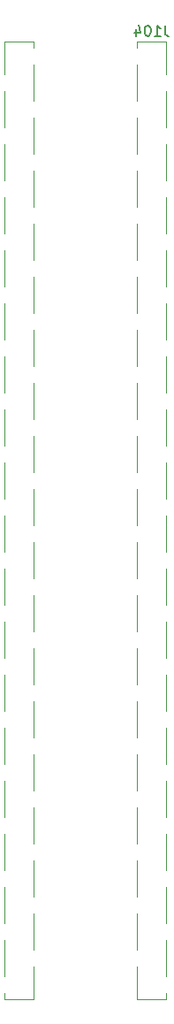
<source format=gbo>
G04 #@! TF.GenerationSoftware,KiCad,Pcbnew,9.0.6*
G04 #@! TF.CreationDate,2026-01-02T14:08:44-06:00*
G04 #@! TF.ProjectId,QFN-68_8x8,51464e2d-3638-45f3-9878-382e6b696361,rev?*
G04 #@! TF.SameCoordinates,Original*
G04 #@! TF.FileFunction,Legend,Bot*
G04 #@! TF.FilePolarity,Positive*
%FSLAX46Y46*%
G04 Gerber Fmt 4.6, Leading zero omitted, Abs format (unit mm)*
G04 Created by KiCad (PCBNEW 9.0.6) date 2026-01-02 14:08:44*
%MOMM*%
%LPD*%
G01*
G04 APERTURE LIST*
%ADD10C,0.150000*%
%ADD11C,0.120000*%
%ADD12R,2.510000X1.000000*%
%ADD13C,1.700000*%
G04 APERTURE END LIST*
D10*
X146065714Y-73274819D02*
X146065714Y-73989104D01*
X146065714Y-73989104D02*
X146113333Y-74131961D01*
X146113333Y-74131961D02*
X146208571Y-74227200D01*
X146208571Y-74227200D02*
X146351428Y-74274819D01*
X146351428Y-74274819D02*
X146446666Y-74274819D01*
X145065714Y-74274819D02*
X145637142Y-74274819D01*
X145351428Y-74274819D02*
X145351428Y-73274819D01*
X145351428Y-73274819D02*
X145446666Y-73417676D01*
X145446666Y-73417676D02*
X145541904Y-73512914D01*
X145541904Y-73512914D02*
X145637142Y-73560533D01*
X144446666Y-73274819D02*
X144351428Y-73274819D01*
X144351428Y-73274819D02*
X144256190Y-73322438D01*
X144256190Y-73322438D02*
X144208571Y-73370057D01*
X144208571Y-73370057D02*
X144160952Y-73465295D01*
X144160952Y-73465295D02*
X144113333Y-73655771D01*
X144113333Y-73655771D02*
X144113333Y-73893866D01*
X144113333Y-73893866D02*
X144160952Y-74084342D01*
X144160952Y-74084342D02*
X144208571Y-74179580D01*
X144208571Y-74179580D02*
X144256190Y-74227200D01*
X144256190Y-74227200D02*
X144351428Y-74274819D01*
X144351428Y-74274819D02*
X144446666Y-74274819D01*
X144446666Y-74274819D02*
X144541904Y-74227200D01*
X144541904Y-74227200D02*
X144589523Y-74179580D01*
X144589523Y-74179580D02*
X144637142Y-74084342D01*
X144637142Y-74084342D02*
X144684761Y-73893866D01*
X144684761Y-73893866D02*
X144684761Y-73655771D01*
X144684761Y-73655771D02*
X144637142Y-73465295D01*
X144637142Y-73465295D02*
X144589523Y-73370057D01*
X144589523Y-73370057D02*
X144541904Y-73322438D01*
X144541904Y-73322438D02*
X144446666Y-73274819D01*
X143256190Y-73608152D02*
X143256190Y-74274819D01*
X143494285Y-73227200D02*
X143732380Y-73941485D01*
X143732380Y-73941485D02*
X143113333Y-73941485D01*
D11*
X143400000Y-163370000D02*
X143400000Y-166480000D01*
X143400000Y-158290000D02*
X143400000Y-161750000D01*
X143400000Y-153210000D02*
X143400000Y-156670000D01*
X143400000Y-148130000D02*
X143400000Y-151590000D01*
X143400000Y-143050000D02*
X143400000Y-146510000D01*
X143400000Y-137970000D02*
X143400000Y-141430000D01*
X143400000Y-132890000D02*
X143400000Y-136350000D01*
X143400000Y-127810000D02*
X143400000Y-131270000D01*
X143400000Y-122730000D02*
X143400000Y-126190000D01*
X143400000Y-117650000D02*
X143400000Y-121110000D01*
X143400000Y-112570000D02*
X143400000Y-116030000D01*
X143400000Y-107490000D02*
X143400000Y-110950000D01*
X143400000Y-102410000D02*
X143400000Y-105870000D01*
X143400000Y-97330000D02*
X143400000Y-100790000D01*
X143400000Y-92250000D02*
X143400000Y-95710000D01*
X143400000Y-87170000D02*
X143400000Y-90630000D01*
X143400000Y-82090000D02*
X143400000Y-85550000D01*
X143400000Y-77010000D02*
X143400000Y-80470000D01*
X143400000Y-74820000D02*
X143400000Y-75390000D01*
X146160000Y-166480000D02*
X143400000Y-166480000D01*
X146160000Y-165910000D02*
X146160000Y-166480000D01*
X146160000Y-160830000D02*
X146160000Y-164290000D01*
X146160000Y-155750000D02*
X146160000Y-159210000D01*
X146160000Y-150670000D02*
X146160000Y-154130000D01*
X146160000Y-145590000D02*
X146160000Y-149050000D01*
X146160000Y-140510000D02*
X146160000Y-143970000D01*
X146160000Y-135430000D02*
X146160000Y-138890000D01*
X146160000Y-130350000D02*
X146160000Y-133810000D01*
X146160000Y-125270000D02*
X146160000Y-128730000D01*
X146160000Y-120190000D02*
X146160000Y-123650000D01*
X146160000Y-115110000D02*
X146160000Y-118570000D01*
X146160000Y-110030000D02*
X146160000Y-113490000D01*
X146160000Y-104950000D02*
X146160000Y-108410000D01*
X146160000Y-99870000D02*
X146160000Y-103330000D01*
X146160000Y-94790000D02*
X146160000Y-98250000D01*
X146160000Y-89710000D02*
X146160000Y-93170000D01*
X146160000Y-84630000D02*
X146160000Y-88090000D01*
X146160000Y-79550000D02*
X146160000Y-83010000D01*
X146160000Y-75390000D02*
X146160000Y-77930000D01*
X146160000Y-74820000D02*
X143400000Y-74820000D01*
X146160000Y-74820000D02*
X146160000Y-77930000D01*
X133460000Y-166480000D02*
X130700000Y-166480000D01*
X133460000Y-163370000D02*
X133460000Y-166480000D01*
X133460000Y-158290000D02*
X133460000Y-161750000D01*
X133460000Y-153210000D02*
X133460000Y-156670000D01*
X133460000Y-148130000D02*
X133460000Y-151590000D01*
X133460000Y-143050000D02*
X133460000Y-146510000D01*
X133460000Y-137970000D02*
X133460000Y-141430000D01*
X133460000Y-132890000D02*
X133460000Y-136350000D01*
X133460000Y-127810000D02*
X133460000Y-131270000D01*
X133460000Y-122730000D02*
X133460000Y-126190000D01*
X133460000Y-117650000D02*
X133460000Y-121110000D01*
X133460000Y-112570000D02*
X133460000Y-116030000D01*
X133460000Y-107490000D02*
X133460000Y-110950000D01*
X133460000Y-102410000D02*
X133460000Y-105870000D01*
X133460000Y-97330000D02*
X133460000Y-100790000D01*
X133460000Y-92250000D02*
X133460000Y-95710000D01*
X133460000Y-87170000D02*
X133460000Y-90630000D01*
X133460000Y-82090000D02*
X133460000Y-85550000D01*
X133460000Y-77010000D02*
X133460000Y-80470000D01*
X133460000Y-74820000D02*
X133460000Y-75390000D01*
X133460000Y-74820000D02*
X130700000Y-74820000D01*
X130700000Y-165910000D02*
X130700000Y-166480000D01*
X130700000Y-160830000D02*
X130700000Y-164290000D01*
X130700000Y-155750000D02*
X130700000Y-159210000D01*
X130700000Y-150670000D02*
X130700000Y-154130000D01*
X130700000Y-145590000D02*
X130700000Y-149050000D01*
X130700000Y-140510000D02*
X130700000Y-143970000D01*
X130700000Y-135430000D02*
X130700000Y-138890000D01*
X130700000Y-130350000D02*
X130700000Y-133810000D01*
X130700000Y-125270000D02*
X130700000Y-128730000D01*
X130700000Y-120190000D02*
X130700000Y-123650000D01*
X130700000Y-115110000D02*
X130700000Y-118570000D01*
X130700000Y-110030000D02*
X130700000Y-113490000D01*
X130700000Y-104950000D02*
X130700000Y-108410000D01*
X130700000Y-99870000D02*
X130700000Y-103330000D01*
X130700000Y-94790000D02*
X130700000Y-98250000D01*
X130700000Y-89710000D02*
X130700000Y-93170000D01*
X130700000Y-84630000D02*
X130700000Y-88090000D01*
X130700000Y-79550000D02*
X130700000Y-83010000D01*
X130700000Y-74820000D02*
X130700000Y-77930000D01*
%LPC*%
D12*
X146435000Y-165100000D03*
X143125000Y-162560000D03*
X146435000Y-160020000D03*
X143125000Y-157480000D03*
X146435000Y-154940000D03*
X143125000Y-152400000D03*
X146435000Y-149860000D03*
X143125000Y-147320000D03*
X146435000Y-144780000D03*
X143125000Y-142240000D03*
X146435000Y-139700000D03*
X143125000Y-137160000D03*
X146435000Y-134620000D03*
X143125000Y-132080000D03*
X146435000Y-129540000D03*
X143125000Y-127000000D03*
X146435000Y-124460000D03*
X143125000Y-121920000D03*
X146435000Y-119380000D03*
X143125000Y-116840000D03*
X146435000Y-114300000D03*
X143125000Y-111760000D03*
X146435000Y-109220000D03*
X143125000Y-106680000D03*
X146435000Y-104140000D03*
X143125000Y-101600000D03*
X146435000Y-99060000D03*
X143125000Y-96520000D03*
X146435000Y-93980000D03*
X143125000Y-91440000D03*
X146435000Y-88900000D03*
X143125000Y-86360000D03*
X146435000Y-83820000D03*
X143125000Y-81280000D03*
X146435000Y-78740000D03*
X143125000Y-76200000D03*
X130425000Y-165100000D03*
X133735000Y-162560000D03*
X130425000Y-160020000D03*
X133735000Y-157480000D03*
X130425000Y-154940000D03*
X133735000Y-152400000D03*
X130425000Y-149860000D03*
X133735000Y-147320000D03*
X130425000Y-144780000D03*
X133735000Y-142240000D03*
X130425000Y-139700000D03*
X133735000Y-137160000D03*
X130425000Y-134620000D03*
X133735000Y-132080000D03*
X130425000Y-129540000D03*
X133735000Y-127000000D03*
X130425000Y-124460000D03*
X133735000Y-121920000D03*
X130425000Y-119380000D03*
X133735000Y-116840000D03*
X130425000Y-114300000D03*
X133735000Y-111760000D03*
X130425000Y-109220000D03*
X133735000Y-106680000D03*
X130425000Y-104140000D03*
X133735000Y-101600000D03*
X130425000Y-99060000D03*
X133735000Y-96520000D03*
X130425000Y-93980000D03*
X133735000Y-91440000D03*
X130425000Y-88900000D03*
X133735000Y-86360000D03*
X130425000Y-83820000D03*
X133735000Y-81280000D03*
X130425000Y-78740000D03*
X133735000Y-76200000D03*
D13*
X127000000Y-76200000D03*
X127000000Y-78740000D03*
X127000000Y-81280000D03*
X127000000Y-83820000D03*
X127000000Y-86360000D03*
X127000000Y-88900000D03*
X127000000Y-91440000D03*
X127000000Y-93980000D03*
X127000000Y-96520000D03*
X127000000Y-99060000D03*
X127000000Y-101600000D03*
X127000000Y-104140000D03*
X127000000Y-106680000D03*
X127000000Y-109220000D03*
X127000000Y-111760000D03*
X127000000Y-114300000D03*
X127000000Y-116840000D03*
X127000000Y-119380000D03*
X127000000Y-121920000D03*
X127000000Y-124460000D03*
X127000000Y-127000000D03*
X127000000Y-129540000D03*
X127000000Y-132080000D03*
X127000000Y-134620000D03*
X127000000Y-137160000D03*
X127000000Y-139700000D03*
X127000000Y-142240000D03*
X127000000Y-144780000D03*
X127000000Y-147320000D03*
X127000000Y-149860000D03*
X127000000Y-152400000D03*
X127000000Y-154940000D03*
X127000000Y-157480000D03*
X127000000Y-160020000D03*
X127000000Y-162560000D03*
X127000000Y-165100000D03*
X149860000Y-76200000D03*
X149860000Y-78740000D03*
X149860000Y-81280000D03*
X149860000Y-83820000D03*
X149860000Y-86360000D03*
X149860000Y-88900000D03*
X149860000Y-91440000D03*
X149860000Y-93980000D03*
X149860000Y-96520000D03*
X149860000Y-99060000D03*
X149860000Y-101600000D03*
X149860000Y-104140000D03*
X149860000Y-106680000D03*
X149860000Y-109220000D03*
X149860000Y-111760000D03*
X149860000Y-114300000D03*
X149860000Y-116840000D03*
X149860000Y-119380000D03*
X149860000Y-121920000D03*
X149860000Y-124460000D03*
X149860000Y-127000000D03*
X149860000Y-129540000D03*
X149860000Y-132080000D03*
X149860000Y-134620000D03*
X149860000Y-137160000D03*
X149860000Y-139700000D03*
X149860000Y-142240000D03*
X149860000Y-144780000D03*
X149860000Y-147320000D03*
X149860000Y-149860000D03*
X149860000Y-152400000D03*
X149860000Y-154940000D03*
X149860000Y-157480000D03*
X149860000Y-160020000D03*
X149860000Y-162560000D03*
X149860000Y-165100000D03*
%LPD*%
M02*

</source>
